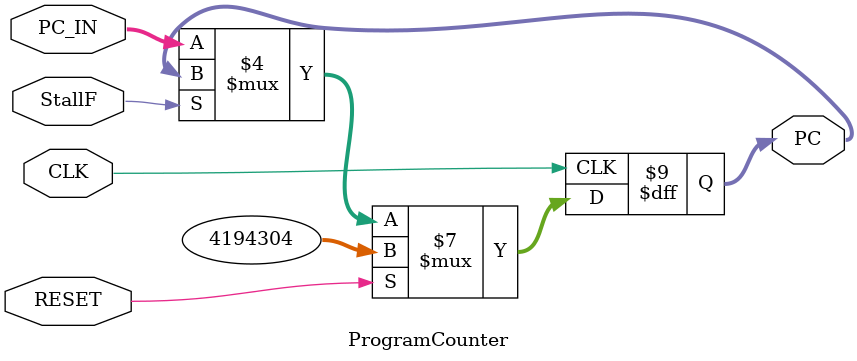
<source format=v>
`timescale 1ns / 1ps

module ProgramCounter #(
    parameter PC_INIT = 32'h00400000
) (
    input             CLK,
    input             RESET,
    input             StallF,  // stall signal for fetch stage
    input      [31:0] PC_IN,
    output reg [31:0] PC
);

    initial begin
        PC <= PC_INIT;
    end

    always @(posedge CLK) begin
        if (RESET) PC <= PC_INIT;
        else if (~StallF) PC <= PC_IN;
    end

endmodule











</source>
